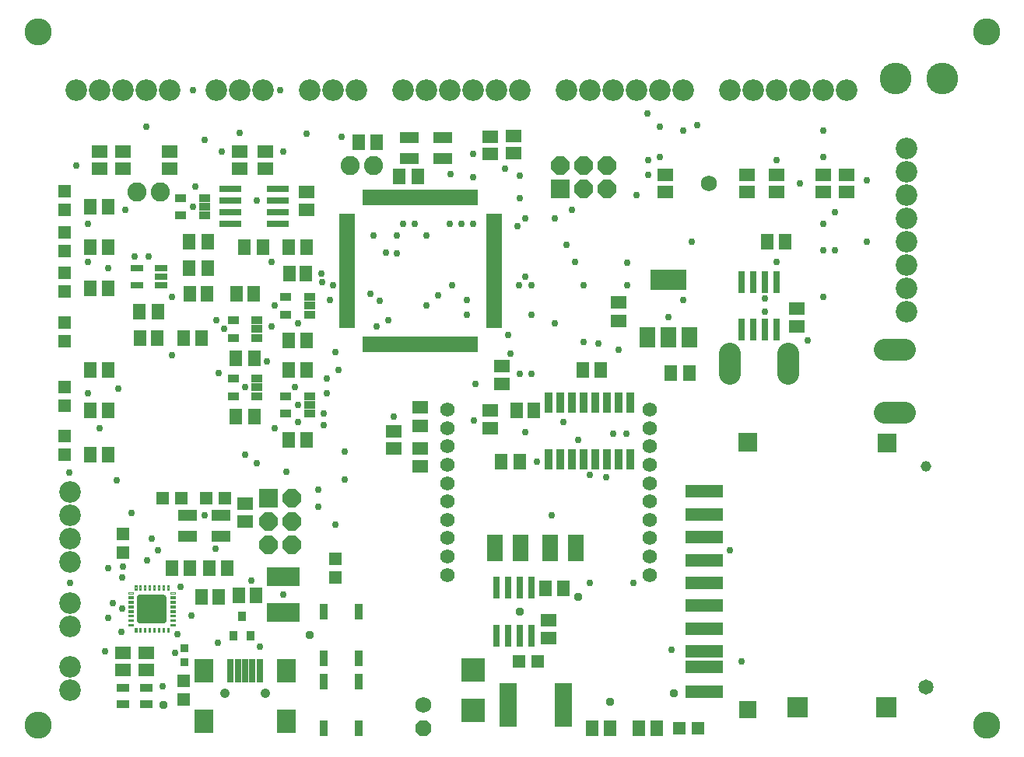
<source format=gts>
G75*
G70*
%OFA0B0*%
%FSLAX24Y24*%
%IPPOS*%
%LPD*%
%AMOC8*
5,1,8,0,0,1.08239X$1,22.5*
%
%ADD10C,0.1162*%
%ADD11R,0.0800X0.0800*%
%ADD12OC8,0.0800*%
%ADD13C,0.0197*%
%ADD14C,0.0040*%
%ADD15R,0.0560X0.0560*%
%ADD16R,0.0257X0.1044*%
%ADD17R,0.0847X0.1044*%
%ADD18C,0.0414*%
%ADD19R,0.0360X0.0360*%
%ADD20R,0.1399X0.0808*%
%ADD21R,0.0532X0.0375*%
%ADD22R,0.0651X0.0572*%
%ADD23R,0.0572X0.0651*%
%ADD24C,0.0920*%
%ADD25R,0.0690X0.0572*%
%ADD26R,0.0808X0.0808*%
%ADD27R,0.0769X0.0729*%
%ADD28R,0.1635X0.0532*%
%ADD29R,0.0860X0.0860*%
%ADD30C,0.0651*%
%ADD31C,0.0454*%
%ADD32R,0.0650X0.0850*%
%ADD33R,0.1560X0.0850*%
%ADD34R,0.0572X0.0690*%
%ADD35C,0.0620*%
%ADD36R,0.0651X0.0198*%
%ADD37R,0.0198X0.0651*%
%ADD38R,0.0450X0.0332*%
%ADD39R,0.0532X0.0296*%
%ADD40R,0.0926X0.0296*%
%ADD41R,0.0360X0.0660*%
%ADD42R,0.0296X0.0926*%
%ADD43C,0.0920*%
%ADD44R,0.0808X0.0493*%
%ADD45C,0.1360*%
%ADD46C,0.0820*%
%ADD47C,0.0690*%
%ADD48R,0.0320X0.0860*%
%ADD49R,0.0300X0.0930*%
%ADD50R,0.0690X0.1123*%
%ADD51OC8,0.0690*%
%ADD52R,0.0749X0.1910*%
%ADD53R,0.1005X0.1005*%
%ADD54R,0.0375X0.0414*%
%ADD55C,0.0297*%
%ADD56C,0.0376*%
D10*
X001430Y001430D03*
X001430Y031180D03*
X042055Y031180D03*
X042055Y001430D03*
D11*
X023805Y024430D03*
X011305Y011180D03*
D12*
X011305Y010180D03*
X011305Y009180D03*
X012305Y009180D03*
X012305Y010180D03*
X012305Y011180D03*
X024805Y024430D03*
X025805Y024430D03*
X025805Y025430D03*
X024805Y025430D03*
X023805Y025430D03*
D13*
X006768Y006952D02*
X005783Y006952D01*
X005783Y005908D01*
X006827Y005908D01*
X006827Y006893D01*
X006768Y006952D01*
X006827Y006877D02*
X005783Y006877D01*
X005783Y006681D02*
X006827Y006681D01*
X006827Y006486D02*
X005783Y006486D01*
X005783Y006291D02*
X006827Y006291D01*
X006827Y006095D02*
X005783Y006095D01*
D14*
X005498Y006095D02*
X005301Y006095D01*
X005301Y006174D01*
X005498Y006174D01*
X005498Y006095D01*
X005498Y006128D02*
X005301Y006128D01*
X005301Y006167D02*
X005498Y006167D01*
X005498Y006292D02*
X005301Y006292D01*
X005301Y006371D01*
X005498Y006371D01*
X005498Y006292D01*
X005498Y006321D02*
X005301Y006321D01*
X005301Y006359D02*
X005498Y006359D01*
X005498Y006489D02*
X005301Y006489D01*
X005301Y006568D01*
X005498Y006568D01*
X005498Y006489D01*
X005498Y006513D02*
X005301Y006513D01*
X005301Y006552D02*
X005498Y006552D01*
X005498Y006686D02*
X005301Y006686D01*
X005301Y006765D01*
X005498Y006765D01*
X005498Y006686D01*
X005498Y006706D02*
X005301Y006706D01*
X005301Y006744D02*
X005498Y006744D01*
X005498Y006883D02*
X005301Y006883D01*
X005301Y006961D01*
X005498Y006961D01*
X005498Y006883D01*
X005498Y006898D02*
X005301Y006898D01*
X005301Y006937D02*
X005498Y006937D01*
X005498Y007080D02*
X005301Y007080D01*
X005301Y007158D01*
X005478Y007158D01*
X005498Y007139D01*
X005498Y007080D01*
X005498Y007091D02*
X005301Y007091D01*
X005301Y007129D02*
X005498Y007129D01*
X005596Y007237D02*
X005655Y007237D01*
X005655Y007434D01*
X005577Y007434D01*
X005577Y007257D01*
X005596Y007237D01*
X005589Y007245D02*
X005655Y007245D01*
X005655Y007283D02*
X005577Y007283D01*
X005577Y007322D02*
X005655Y007322D01*
X005655Y007360D02*
X005577Y007360D01*
X005577Y007399D02*
X005655Y007399D01*
X005774Y007399D02*
X005852Y007399D01*
X005852Y007434D02*
X005774Y007434D01*
X005774Y007237D01*
X005852Y007237D01*
X005852Y007434D01*
X005852Y007360D02*
X005774Y007360D01*
X005774Y007322D02*
X005852Y007322D01*
X005852Y007283D02*
X005774Y007283D01*
X005774Y007245D02*
X005852Y007245D01*
X005970Y007245D02*
X006049Y007245D01*
X006049Y007237D02*
X005970Y007237D01*
X005970Y007434D01*
X006049Y007434D01*
X006049Y007237D01*
X006049Y007283D02*
X005970Y007283D01*
X005970Y007322D02*
X006049Y007322D01*
X006049Y007360D02*
X005970Y007360D01*
X005970Y007399D02*
X006049Y007399D01*
X006167Y007399D02*
X006246Y007399D01*
X006246Y007434D02*
X006167Y007434D01*
X006167Y007237D01*
X006246Y007237D01*
X006246Y007434D01*
X006246Y007360D02*
X006167Y007360D01*
X006167Y007322D02*
X006246Y007322D01*
X006246Y007283D02*
X006167Y007283D01*
X006167Y007245D02*
X006246Y007245D01*
X006364Y007245D02*
X006443Y007245D01*
X006443Y007237D02*
X006364Y007237D01*
X006364Y007434D01*
X006443Y007434D01*
X006443Y007237D01*
X006443Y007283D02*
X006364Y007283D01*
X006364Y007322D02*
X006443Y007322D01*
X006443Y007360D02*
X006364Y007360D01*
X006364Y007399D02*
X006443Y007399D01*
X006561Y007399D02*
X006640Y007399D01*
X006640Y007434D02*
X006561Y007434D01*
X006561Y007237D01*
X006640Y007237D01*
X006640Y007434D01*
X006640Y007360D02*
X006561Y007360D01*
X006561Y007322D02*
X006640Y007322D01*
X006640Y007283D02*
X006561Y007283D01*
X006561Y007245D02*
X006640Y007245D01*
X006758Y007245D02*
X006836Y007245D01*
X006836Y007237D02*
X006758Y007237D01*
X006758Y007434D01*
X006836Y007434D01*
X006836Y007237D01*
X006836Y007283D02*
X006758Y007283D01*
X006758Y007322D02*
X006836Y007322D01*
X006836Y007360D02*
X006758Y007360D01*
X006758Y007399D02*
X006836Y007399D01*
X006955Y007399D02*
X007033Y007399D01*
X007033Y007434D02*
X006955Y007434D01*
X006955Y007237D01*
X007014Y007237D01*
X007033Y007257D01*
X007033Y007434D01*
X007033Y007360D02*
X006955Y007360D01*
X006955Y007322D02*
X007033Y007322D01*
X007033Y007283D02*
X006955Y007283D01*
X006955Y007245D02*
X007021Y007245D01*
X007112Y007139D02*
X007112Y007080D01*
X007309Y007080D01*
X007309Y007158D01*
X007132Y007158D01*
X007112Y007139D01*
X007112Y007129D02*
X007309Y007129D01*
X007309Y007091D02*
X007112Y007091D01*
X007112Y006961D02*
X007309Y006961D01*
X007309Y006883D01*
X007112Y006883D01*
X007112Y006961D01*
X007112Y006937D02*
X007309Y006937D01*
X007309Y006898D02*
X007112Y006898D01*
X007112Y006765D02*
X007309Y006765D01*
X007309Y006686D01*
X007112Y006686D01*
X007112Y006765D01*
X007112Y006744D02*
X007309Y006744D01*
X007309Y006706D02*
X007112Y006706D01*
X007112Y006568D02*
X007309Y006568D01*
X007309Y006489D01*
X007112Y006489D01*
X007112Y006568D01*
X007112Y006552D02*
X007309Y006552D01*
X007309Y006513D02*
X007112Y006513D01*
X007112Y006371D02*
X007309Y006371D01*
X007309Y006292D01*
X007112Y006292D01*
X007112Y006371D01*
X007112Y006359D02*
X007309Y006359D01*
X007309Y006321D02*
X007112Y006321D01*
X007112Y006174D02*
X007309Y006174D01*
X007309Y006095D01*
X007112Y006095D01*
X007112Y006174D01*
X007112Y006167D02*
X007309Y006167D01*
X007309Y006128D02*
X007112Y006128D01*
X007112Y005977D02*
X007309Y005977D01*
X007309Y005899D01*
X007112Y005899D01*
X007112Y005977D01*
X007112Y005974D02*
X007309Y005974D01*
X007309Y005936D02*
X007112Y005936D01*
X007112Y005780D02*
X007309Y005780D01*
X007309Y005702D01*
X007132Y005702D01*
X007112Y005721D01*
X007112Y005780D01*
X007112Y005743D02*
X007309Y005743D01*
X007309Y005705D02*
X007129Y005705D01*
X007033Y005603D02*
X007014Y005623D01*
X006955Y005623D01*
X006955Y005426D01*
X007033Y005426D01*
X007033Y005603D01*
X007033Y005589D02*
X006955Y005589D01*
X006955Y005551D02*
X007033Y005551D01*
X007033Y005512D02*
X006955Y005512D01*
X006955Y005474D02*
X007033Y005474D01*
X007033Y005435D02*
X006955Y005435D01*
X006836Y005435D02*
X006758Y005435D01*
X006758Y005426D02*
X006836Y005426D01*
X006836Y005623D01*
X006758Y005623D01*
X006758Y005426D01*
X006758Y005474D02*
X006836Y005474D01*
X006836Y005512D02*
X006758Y005512D01*
X006758Y005551D02*
X006836Y005551D01*
X006836Y005589D02*
X006758Y005589D01*
X006640Y005589D02*
X006561Y005589D01*
X006561Y005623D02*
X006640Y005623D01*
X006640Y005426D01*
X006561Y005426D01*
X006561Y005623D01*
X006561Y005551D02*
X006640Y005551D01*
X006640Y005512D02*
X006561Y005512D01*
X006561Y005474D02*
X006640Y005474D01*
X006640Y005435D02*
X006561Y005435D01*
X006443Y005435D02*
X006364Y005435D01*
X006364Y005426D02*
X006443Y005426D01*
X006443Y005623D01*
X006364Y005623D01*
X006364Y005426D01*
X006364Y005474D02*
X006443Y005474D01*
X006443Y005512D02*
X006364Y005512D01*
X006364Y005551D02*
X006443Y005551D01*
X006443Y005589D02*
X006364Y005589D01*
X006246Y005589D02*
X006167Y005589D01*
X006167Y005623D02*
X006246Y005623D01*
X006246Y005426D01*
X006167Y005426D01*
X006167Y005623D01*
X006167Y005551D02*
X006246Y005551D01*
X006246Y005512D02*
X006167Y005512D01*
X006167Y005474D02*
X006246Y005474D01*
X006246Y005435D02*
X006167Y005435D01*
X006049Y005435D02*
X005970Y005435D01*
X005970Y005426D02*
X006049Y005426D01*
X006049Y005623D01*
X005970Y005623D01*
X005970Y005426D01*
X005970Y005474D02*
X006049Y005474D01*
X006049Y005512D02*
X005970Y005512D01*
X005970Y005551D02*
X006049Y005551D01*
X006049Y005589D02*
X005970Y005589D01*
X005852Y005589D02*
X005774Y005589D01*
X005774Y005623D02*
X005852Y005623D01*
X005852Y005426D01*
X005774Y005426D01*
X005774Y005623D01*
X005774Y005551D02*
X005852Y005551D01*
X005852Y005512D02*
X005774Y005512D01*
X005774Y005474D02*
X005852Y005474D01*
X005852Y005435D02*
X005774Y005435D01*
X005655Y005435D02*
X005577Y005435D01*
X005577Y005426D02*
X005655Y005426D01*
X005655Y005623D01*
X005596Y005623D01*
X005577Y005603D01*
X005577Y005426D01*
X005577Y005474D02*
X005655Y005474D01*
X005655Y005512D02*
X005577Y005512D01*
X005577Y005551D02*
X005655Y005551D01*
X005655Y005589D02*
X005577Y005589D01*
X005478Y005702D02*
X005498Y005721D01*
X005498Y005780D01*
X005301Y005780D01*
X005301Y005702D01*
X005478Y005702D01*
X005481Y005705D02*
X005301Y005705D01*
X005301Y005743D02*
X005498Y005743D01*
X005498Y005899D02*
X005301Y005899D01*
X005301Y005977D01*
X005498Y005977D01*
X005498Y005899D01*
X005498Y005936D02*
X005301Y005936D01*
X005301Y005974D02*
X005498Y005974D01*
D15*
X007680Y003330D03*
X007680Y002530D03*
X014180Y007780D03*
X014180Y008580D03*
X009451Y011183D03*
X008651Y011183D03*
X007580Y011180D03*
X006780Y011180D03*
X005055Y009643D03*
X005055Y008843D03*
X002555Y013030D03*
X002555Y013830D03*
X002555Y015155D03*
X002555Y015955D03*
X002555Y017905D03*
X002555Y018705D03*
X002555Y020030D03*
X002555Y020830D03*
X002555Y021780D03*
X002555Y022580D03*
X002555Y023530D03*
X002555Y024330D03*
X022030Y004180D03*
X022830Y004180D03*
X028905Y001305D03*
X029705Y001305D03*
D16*
X010935Y003789D03*
X010620Y003789D03*
X010305Y003789D03*
X009990Y003789D03*
X009675Y003789D03*
D17*
X008533Y003789D03*
X008533Y001624D03*
X012077Y001624D03*
X012077Y003789D03*
D18*
X011171Y002805D03*
X009439Y002805D03*
D19*
X007711Y004130D03*
X007711Y004730D03*
D20*
X011930Y006287D03*
X011930Y007823D03*
D21*
X006055Y003034D03*
X006055Y002326D03*
X005055Y002326D03*
X005055Y003034D03*
D22*
X005055Y003806D03*
X005055Y004554D03*
X006055Y004554D03*
X006055Y003806D03*
X010306Y010182D03*
X010306Y010930D03*
X023305Y005929D03*
X023305Y005181D03*
D23*
X023181Y007305D03*
X023929Y007305D03*
X027181Y001305D03*
X027929Y001305D03*
X010773Y006993D03*
X010025Y006993D03*
X009179Y006930D03*
X008431Y006930D03*
X008775Y008180D03*
X009523Y008180D03*
X007929Y008180D03*
X007181Y008180D03*
X004429Y013055D03*
X003681Y013055D03*
X012220Y020805D03*
X012890Y020805D03*
X021931Y014930D03*
X022679Y014930D03*
D24*
X038649Y019180D03*
X038649Y020180D03*
X038649Y021180D03*
X038649Y022180D03*
X038649Y023180D03*
X038649Y024180D03*
X038649Y025180D03*
X038649Y026180D03*
X036055Y028680D03*
X035055Y028680D03*
X034055Y028680D03*
X033055Y028680D03*
X032055Y028680D03*
X031055Y028680D03*
X029055Y028680D03*
X028055Y028680D03*
X027055Y028680D03*
X026055Y028680D03*
X025055Y028680D03*
X024055Y028680D03*
X022055Y028680D03*
X021055Y028680D03*
X020055Y028680D03*
X019055Y028680D03*
X018055Y028680D03*
X017055Y028680D03*
X015055Y028680D03*
X014055Y028680D03*
X013055Y028680D03*
X011055Y028680D03*
X010055Y028680D03*
X009055Y028680D03*
X007055Y028680D03*
X006055Y028680D03*
X005055Y028680D03*
X004055Y028680D03*
X003055Y028680D03*
X002805Y011430D03*
X002805Y010430D03*
X002805Y009430D03*
X002805Y008430D03*
X002805Y006680D03*
X002805Y005680D03*
X002805Y003930D03*
X002805Y002930D03*
D25*
X016680Y013306D03*
X017805Y013304D03*
X017805Y012556D03*
X017805Y014286D03*
X016680Y014054D03*
X017805Y015074D03*
X020805Y014949D03*
X020805Y014161D03*
X021305Y016068D03*
X021305Y016855D03*
X026305Y018786D03*
X026305Y019574D03*
X028305Y024306D03*
X028305Y025054D03*
X031805Y025054D03*
X031805Y024306D03*
X033055Y024306D03*
X033055Y025054D03*
X035055Y025054D03*
X035055Y024306D03*
X036055Y024306D03*
X036055Y025054D03*
X033930Y019324D03*
X033930Y018536D03*
X021805Y025962D03*
X021805Y026710D03*
X020805Y026679D03*
X020805Y025931D03*
X012930Y024304D03*
X012930Y023556D03*
X011180Y025306D03*
X011180Y026054D03*
X010055Y026054D03*
X010055Y025306D03*
X007055Y025306D03*
X007055Y026054D03*
X005055Y026054D03*
X005055Y025306D03*
X004055Y025306D03*
X004055Y026054D03*
D26*
X031844Y013592D03*
X037789Y013553D03*
D27*
X031844Y002096D03*
D28*
X029955Y002884D03*
X029955Y003947D03*
X029955Y004616D03*
X029955Y005561D03*
X029955Y006585D03*
X029955Y007529D03*
X029955Y008514D03*
X029955Y009498D03*
X029955Y010482D03*
X029955Y011466D03*
D29*
X033966Y002214D03*
X037785Y002214D03*
D30*
X039482Y003081D03*
D31*
X039482Y012529D03*
D32*
X029340Y018065D03*
X028440Y018065D03*
X027540Y018065D03*
D33*
X028430Y020545D03*
D34*
X032681Y022180D03*
X033429Y022180D03*
X029324Y016555D03*
X028536Y016555D03*
X025523Y016680D03*
X024775Y016680D03*
X022074Y012743D03*
X021286Y012743D03*
X012949Y013680D03*
X012161Y013680D03*
X010699Y014680D03*
X009911Y014680D03*
X012181Y016680D03*
X012929Y016680D03*
X012949Y017930D03*
X012161Y017930D03*
X010699Y017180D03*
X009911Y017180D03*
X008449Y018055D03*
X007661Y018055D03*
X006554Y018055D03*
X005806Y018055D03*
X005786Y019180D03*
X006574Y019180D03*
X007931Y019930D03*
X008679Y019930D03*
X008699Y021055D03*
X007911Y021055D03*
X007911Y022180D03*
X008699Y022180D03*
X010286Y021930D03*
X011074Y021930D03*
X012181Y021930D03*
X012929Y021930D03*
X010679Y019930D03*
X009931Y019930D03*
X004429Y020180D03*
X003681Y020180D03*
X003681Y021930D03*
X004429Y021930D03*
X004429Y023680D03*
X003681Y023680D03*
X003681Y016680D03*
X004429Y016680D03*
X004429Y014930D03*
X003681Y014930D03*
X016911Y024961D03*
X017699Y024961D03*
X015949Y026430D03*
X015161Y026430D03*
X025181Y001305D03*
X025929Y001305D03*
D35*
X027636Y007887D03*
X027636Y008674D03*
X027636Y009461D03*
X027636Y010249D03*
X027636Y011036D03*
X027636Y011824D03*
X027636Y012611D03*
X027636Y013399D03*
X027636Y014186D03*
X027636Y014973D03*
X018974Y014973D03*
X018974Y014186D03*
X018974Y013399D03*
X018974Y012611D03*
X018974Y011824D03*
X018974Y011036D03*
X018974Y010249D03*
X018974Y009461D03*
X018974Y008674D03*
X018974Y007887D03*
D36*
X020955Y018568D03*
X020955Y018765D03*
X020955Y018961D03*
X020955Y019158D03*
X020955Y019355D03*
X020955Y019552D03*
X020955Y019749D03*
X020955Y019946D03*
X020955Y020143D03*
X020955Y020339D03*
X020955Y020536D03*
X020955Y020733D03*
X020955Y020930D03*
X020955Y021127D03*
X020955Y021324D03*
X020955Y021521D03*
X020955Y021717D03*
X020955Y021914D03*
X020955Y022111D03*
X020955Y022308D03*
X020955Y022505D03*
X020955Y022702D03*
X020955Y022899D03*
X020955Y023095D03*
X020955Y023292D03*
X014655Y023292D03*
X014655Y023095D03*
X014655Y022899D03*
X014655Y022702D03*
X014655Y022505D03*
X014655Y022308D03*
X014655Y022111D03*
X014655Y021914D03*
X014655Y021717D03*
X014655Y021521D03*
X014655Y021324D03*
X014655Y021127D03*
X014655Y020930D03*
X014655Y020733D03*
X014655Y020536D03*
X014655Y020339D03*
X014655Y020143D03*
X014655Y019946D03*
X014655Y019749D03*
X014655Y019552D03*
X014655Y019355D03*
X014655Y019158D03*
X014655Y018961D03*
X014655Y018765D03*
X014655Y018568D03*
D37*
X015443Y017780D03*
X015640Y017780D03*
X015836Y017780D03*
X016033Y017780D03*
X016230Y017780D03*
X016427Y017780D03*
X016624Y017780D03*
X016821Y017780D03*
X017018Y017780D03*
X017214Y017780D03*
X017411Y017780D03*
X017608Y017780D03*
X017805Y017780D03*
X018002Y017780D03*
X018199Y017780D03*
X018396Y017780D03*
X018592Y017780D03*
X018789Y017780D03*
X018986Y017780D03*
X019183Y017780D03*
X019380Y017780D03*
X019577Y017780D03*
X019774Y017780D03*
X019970Y017780D03*
X020167Y017780D03*
X020167Y024080D03*
X019970Y024080D03*
X019774Y024080D03*
X019577Y024080D03*
X019380Y024080D03*
X019183Y024080D03*
X018986Y024080D03*
X018789Y024080D03*
X018592Y024080D03*
X018396Y024080D03*
X018199Y024080D03*
X018002Y024080D03*
X017805Y024080D03*
X017608Y024080D03*
X017411Y024080D03*
X017214Y024080D03*
X017018Y024080D03*
X016821Y024080D03*
X016624Y024080D03*
X016427Y024080D03*
X016230Y024080D03*
X016033Y024080D03*
X015836Y024080D03*
X015640Y024080D03*
X015443Y024080D03*
D38*
X013063Y019804D03*
X013063Y019430D03*
X013063Y019056D03*
X012043Y019056D03*
X012043Y019804D03*
X010813Y018804D03*
X010813Y018430D03*
X010813Y018056D03*
X009793Y018056D03*
X009793Y018804D03*
X009793Y016304D03*
X009793Y015556D03*
X010813Y015556D03*
X010813Y015930D03*
X010813Y016304D03*
X012043Y015554D03*
X012043Y014806D03*
X013063Y014806D03*
X013063Y015180D03*
X013063Y015554D03*
X008563Y023306D03*
X008563Y023680D03*
X008563Y024054D03*
X007543Y024054D03*
X007543Y023306D03*
D39*
X006694Y021054D03*
X006694Y020680D03*
X006694Y020306D03*
X005666Y020306D03*
X005666Y021054D03*
D40*
X009656Y022930D03*
X009656Y023430D03*
X009656Y023930D03*
X009656Y024430D03*
X011704Y024430D03*
X011704Y023930D03*
X011704Y023430D03*
X011704Y022930D03*
D41*
X013680Y006305D03*
X015180Y006305D03*
X015180Y004305D03*
X015180Y003305D03*
X013680Y003305D03*
X013680Y004305D03*
X013680Y001305D03*
X015180Y001305D03*
D42*
X031555Y018406D03*
X032055Y018406D03*
X032555Y018406D03*
X033055Y018406D03*
X033055Y020454D03*
X032555Y020454D03*
X032055Y020454D03*
X031555Y020454D03*
D43*
X031055Y017360D02*
X031055Y016500D01*
X033555Y016500D02*
X033555Y017360D01*
X037695Y017550D02*
X038555Y017550D01*
X038555Y014850D02*
X037695Y014850D01*
D44*
X018783Y025727D03*
X018783Y026633D03*
X017327Y026633D03*
X017327Y025727D03*
X009283Y010445D03*
X009283Y009540D03*
X007827Y009540D03*
X007827Y010445D03*
D45*
X038180Y029180D03*
X040180Y029180D03*
D46*
X015805Y025430D03*
X014805Y025430D03*
X006680Y024305D03*
X005680Y024305D03*
D47*
X030180Y024680D03*
X017930Y002305D03*
D48*
X023305Y012845D03*
X023805Y012845D03*
X024305Y012845D03*
X024805Y012845D03*
X025305Y012845D03*
X025805Y012845D03*
X026305Y012845D03*
X026805Y012845D03*
X026805Y015265D03*
X026305Y015265D03*
X025805Y015265D03*
X025305Y015265D03*
X024805Y015265D03*
X024305Y015265D03*
X023805Y015265D03*
X023305Y015265D03*
D49*
X022555Y007335D03*
X022055Y007335D03*
X021555Y007335D03*
X021055Y007335D03*
X021055Y005275D03*
X021555Y005275D03*
X022055Y005275D03*
X022555Y005275D03*
D50*
X022106Y009055D03*
X021004Y009055D03*
X023379Y009055D03*
X024481Y009055D03*
D51*
X017930Y001305D03*
D52*
X021555Y002305D03*
X023937Y002305D03*
D53*
X020055Y002064D03*
X020055Y003796D03*
D54*
X010554Y005286D03*
X009806Y005286D03*
X010180Y006113D03*
D55*
X009149Y004992D03*
X007993Y006149D03*
X007399Y005336D03*
X007305Y004555D03*
X006774Y003118D03*
X004305Y004618D03*
X004993Y005430D03*
X004430Y006055D03*
X005024Y006430D03*
X004649Y006680D03*
X005024Y007774D03*
X005086Y008243D03*
X004430Y008180D03*
X006118Y008493D03*
X006555Y008930D03*
X006305Y009430D03*
X005430Y010555D03*
X004805Y011930D03*
X002774Y012274D03*
X004055Y014180D03*
X003555Y015680D03*
X004868Y015868D03*
X007180Y017305D03*
X009055Y018804D03*
X009399Y018430D03*
X011243Y017055D03*
X010305Y015930D03*
X009180Y016555D03*
X011430Y018555D03*
X012555Y018680D03*
X011586Y019430D03*
X013618Y020430D03*
X013555Y020805D03*
X014055Y020305D03*
X013930Y019680D03*
X015680Y019930D03*
X016086Y019649D03*
X016430Y018805D03*
X015930Y018555D03*
X014180Y017430D03*
X014305Y016680D03*
X013805Y016305D03*
X013805Y015680D03*
X013680Y014805D03*
X013680Y014305D03*
X012555Y014430D03*
X012555Y015180D03*
X012430Y015930D03*
X011555Y014180D03*
X010305Y013055D03*
X010805Y012680D03*
X012055Y012305D03*
X013430Y011555D03*
X013430Y010805D03*
X014180Y010055D03*
X014555Y011961D03*
X014555Y013180D03*
X016680Y014680D03*
X020118Y014493D03*
X020167Y016068D03*
X022055Y016493D03*
X022555Y016493D03*
X021680Y017368D03*
X021555Y018180D03*
X022555Y019055D03*
X023555Y018680D03*
X024805Y017867D03*
X025430Y017805D03*
X026305Y017555D03*
X028440Y018929D03*
X029055Y019680D03*
X026680Y020305D03*
X026680Y021274D03*
X024805Y020305D03*
X024430Y021305D03*
X024055Y022055D03*
X023555Y023180D03*
X024305Y023555D03*
X022305Y023180D03*
X021961Y022836D03*
X022055Y024055D03*
X022055Y025024D03*
X021430Y025305D03*
X020055Y024930D03*
X019118Y025086D03*
X020055Y025930D03*
X020055Y022930D03*
X019555Y022930D03*
X019055Y022930D03*
X018055Y022430D03*
X017555Y022930D03*
X017055Y022930D03*
X016805Y022430D03*
X016805Y021680D03*
X016336Y021711D03*
X015805Y022430D03*
X018586Y019867D03*
X018055Y019430D03*
X019180Y020305D03*
X019805Y019680D03*
X019805Y019055D03*
X022024Y020305D03*
X022305Y020680D03*
X022555Y020305D03*
X027055Y024180D03*
X027555Y025055D03*
X027555Y025680D03*
X028055Y025805D03*
X029055Y026930D03*
X029680Y027180D03*
X028055Y027118D03*
X027552Y027678D03*
X033055Y025680D03*
X034055Y024680D03*
X035055Y025805D03*
X035055Y026930D03*
X036930Y024805D03*
X035555Y023430D03*
X035055Y022930D03*
X035055Y021805D03*
X035555Y021805D03*
X036930Y022180D03*
X035055Y019805D03*
X033055Y021305D03*
X032555Y019742D03*
X032555Y019180D03*
X034399Y017930D03*
X029430Y022180D03*
X023930Y014430D03*
X024555Y013680D03*
X026055Y013930D03*
X026649Y013930D03*
X025774Y012086D03*
X025055Y012180D03*
X022805Y012742D03*
X022305Y014024D03*
X023430Y010430D03*
X025055Y007555D03*
X026930Y007555D03*
X028555Y004680D03*
X031555Y004180D03*
X031055Y008930D03*
X011930Y007055D03*
X010555Y007649D03*
X009024Y009024D03*
X008555Y010430D03*
X007524Y007368D03*
X010930Y004805D03*
X002805Y007555D03*
X007180Y019805D03*
X006180Y021555D03*
X005555Y021555D03*
X004430Y021055D03*
X003555Y021305D03*
X003555Y022930D03*
X005180Y023555D03*
X003055Y025430D03*
X006055Y027117D03*
X008055Y028680D03*
X010055Y026836D03*
X009305Y026055D03*
X008555Y026555D03*
X008180Y024555D03*
X008055Y023680D03*
X010805Y023930D03*
X011930Y026055D03*
X012930Y026805D03*
X014430Y026680D03*
X011805Y028680D03*
X011430Y021305D03*
D56*
X024555Y006930D03*
X022055Y006305D03*
X025930Y002430D03*
X028680Y002805D03*
X013055Y005305D03*
X006805Y002305D03*
M02*

</source>
